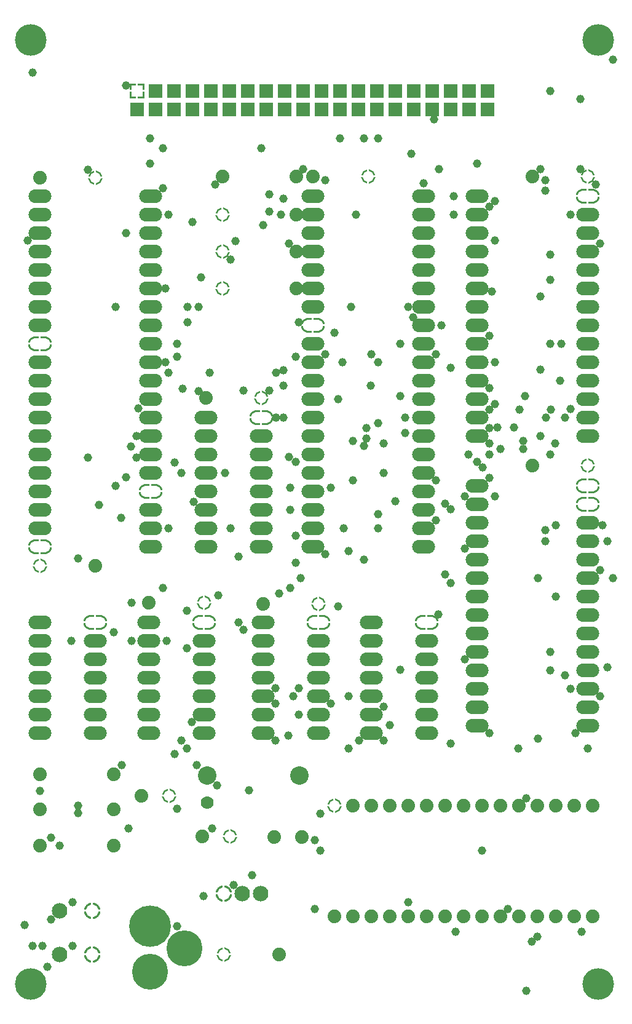
<source format=gbr>
G04 EasyPC Gerber Version 20.0.2 Build 4112 *
G04 #@! TF.Part,Single*
G04 #@! TF.FileFunction,Copper,L2,Inr *
%FSLAX35Y35*%
%MOIN*%
G04 #@! TA.AperFunction,ComponentPad*
%ADD91R,0.07400X0.07400*%
G04 #@! TA.AperFunction,ViaPad*
%ADD96C,0.04600*%
%ADD100C,0.07000*%
G04 #@! TA.AperFunction,ComponentPad*
%ADD88C,0.07400*%
%ADD89C,0.08400*%
%ADD93C,0.10000*%
G04 #@! TA.AperFunction,WasherPad*
%ADD84C,0.17148*%
G04 #@! TA.AperFunction,ComponentPad*
%ADD94C,0.19510*%
%ADD85O,0.12400X0.07400*%
%AMT86*0 Thermal pad*4,1,35,-0.00500,0.03000,-0.02500,0.03000,-0.02800,0.02985,-0.03098,0.02940,-0.03389,0.02866,-0.03671,0.02763,-0.03942,0.02631,-0.04198,0.02474,-0.04437,0.02292,-0.04656,0.02087,-0.04854,0.01860,-0.05029,0.01615,-0.05178,0.01354,-0.05300,0.01080,-0.05394,0.00794,-0.05458,0.00500,-0.06469,0.00500,-0.06412,0.00835,-0.06327,0.01164,-0.06214,0.01485,-0.06075,0.01795,-0.05909,0.02092,-0.05719,0.02374,-0.05506,0.02639,-0.05271,0.02885,-0.05016,0.03109,-0.04743,0.03312,-0.04453,0.03490,-0.04150,0.03643,-0.03834,0.03770,-0.03509,0.03870,-0.03177,0.03941,-0.02840,0.03985,-0.02500,0.04000,-0.00500,0.04000,-0.00500,0.03000,0*4,1,35,-0.05458,-0.00500,-0.05393,-0.00793,-0.05299,-0.01079,-0.05177,-0.01354,-0.05028,-0.01615,-0.04854,-0.01859,-0.04656,-0.02085,-0.04436,-0.02291,-0.04197,-0.02473,-0.03941,-0.02630,-0.03670,-0.02761,-0.03388,-0.02865,-0.03097,-0.02939,-0.02800,-0.02984,-0.02500,-0.03000,-0.00500,-0.03000,-0.00500,-0.04000,-0.02500,-0.04000,-0.02840,-0.03985,-0.03177,-0.03942,-0.03509,-0.03870,-0.03834,-0.03771,-0.04150,-0.03644,-0.04453,-0.03491,-0.04743,-0.03313,-0.05016,-0.03110,-0.05271,-0.02885,-0.05506,-0.02640,-0.05719,-0.02375,-0.05909,-0.02093,-0.06075,-0.01796,-0.06214,-0.01486,-0.06327,-0.01165,-0.06412,-0.00836,-0.06469,-0.00500,-0.05458,-0.00500,0*4,1,35,0.00500,-0.03000,0.02500,-0.03000,0.02800,-0.02985,0.03098,-0.02940,0.03389,-0.02866,0.03671,-0.02763,0.03942,-0.02631,0.04198,-0.02474,0.04437,-0.02292,0.04656,-0.02087,0.04854,-0.01860,0.05029,-0.01615,0.05178,-0.01354,0.05300,-0.01080,0.05394,-0.00794,0.05458,-0.00500,0.06469,-0.00500,0.06412,-0.00835,0.06327,-0.01164,0.06214,-0.01485,0.06075,-0.01795,0.05909,-0.02092,0.05719,-0.02374,0.05506,-0.02639,0.05271,-0.02885,0.05016,-0.03109,0.04743,-0.03312,0.04453,-0.03490,0.04150,-0.03643,0.03834,-0.03770,0.03509,-0.03870,0.03177,-0.03941,0.02840,-0.03985,0.02500,-0.04000,0.00500,-0.04000,0.00500,-0.03000,0*4,1,35,0.05458,0.00500,0.05393,0.00793,0.05299,0.01079,0.05177,0.01354,0.05028,0.01615,0.04854,0.01859,0.04656,0.02085,0.04436,0.02291,0.04197,0.02473,0.03941,0.02630,0.03670,0.02761,0.03388,0.02865,0.03097,0.02939,0.02800,0.02984,0.02500,0.03000,0.00500,0.03000,0.00500,0.04000,0.02500,0.04000,0.02840,0.03985,0.03177,0.03942,0.03509,0.03870,0.03834,0.03771,0.04150,0.03644,0.04453,0.03491,0.04743,0.03313,0.05016,0.03110,0.05271,0.02885,0.05506,0.02640,0.05719,0.02375,0.05909,0.02093,0.06075,0.01796,0.06214,0.01486,0.06327,0.01165,0.06412,0.00836,0.06469,0.00500,0.05458,0.00500,0*%
%ADD86T86*%
%AMT92*0 Thermal pad*4,1,6,0.03000,0.00500,0.03000,0.03000,0.00500,0.03000,0.00500,0.04000,0.04000,0.04000,0.04000,0.00500,0.03000,0.00500,0*4,1,6,-0.00500,0.03000,-0.03000,0.03000,-0.03000,0.00500,-0.04000,0.00500,-0.04000,0.04000,-0.00500,0.04000,-0.00500,0.03000,0*4,1,6,-0.03000,-0.00500,-0.03000,-0.03000,-0.00500,-0.03000,-0.00500,-0.04000,-0.04000,-0.04000,-0.04000,-0.00500,-0.03000,-0.00500,0*4,1,6,0.00500,-0.03000,0.03000,-0.03000,0.03000,-0.00500,0.04000,-0.00500,0.04000,-0.04000,0.00500,-0.04000,0.00500,-0.03000,0*%
%ADD92T92*%
%AMT87*0 Thermal pad*7,0,0,0.08000,0.06000,0.01000,0*%
%ADD87T87*%
%AMT90*0 Thermal pad*7,0,0,0.09000,0.07000,0.01000,0*%
%ADD90T90*%
%ADD95C,0.22502*%
X0Y0D02*
D02*
D84*
X27750Y15750D03*
Y527250D03*
X335250Y15750D03*
Y527250D03*
D02*
D85*
X32750Y151750D03*
Y161750D03*
Y171750D03*
Y181750D03*
Y191750D03*
Y201750D03*
Y211750D03*
Y262750D03*
Y272750D03*
Y282750D03*
Y292750D03*
Y302750D03*
Y312750D03*
Y322750D03*
Y332750D03*
Y342750D03*
Y352750D03*
Y372750D03*
Y382750D03*
Y392750D03*
Y402750D03*
Y412750D03*
Y422750D03*
Y432750D03*
Y442750D03*
X62750Y151750D03*
Y161750D03*
Y171750D03*
Y181750D03*
Y191750D03*
Y201750D03*
X91750Y151750D03*
Y161750D03*
Y171750D03*
Y181750D03*
Y191750D03*
Y201750D03*
Y211750D03*
X92750Y252750D03*
Y262750D03*
Y272750D03*
Y292750D03*
Y302750D03*
Y312750D03*
Y322750D03*
Y332750D03*
Y342750D03*
Y352750D03*
Y362750D03*
Y372750D03*
Y382750D03*
Y392750D03*
Y402750D03*
Y412750D03*
Y422750D03*
Y432750D03*
Y442750D03*
X121750Y151750D03*
Y161750D03*
Y171750D03*
Y181750D03*
Y191750D03*
Y201750D03*
X122750Y252750D03*
Y262750D03*
Y272750D03*
Y282750D03*
Y292750D03*
Y302750D03*
Y312750D03*
Y322750D03*
X152750Y252750D03*
Y262750D03*
Y272750D03*
Y282750D03*
Y292750D03*
Y302750D03*
Y312750D03*
X153750Y151750D03*
Y161750D03*
Y171750D03*
Y181750D03*
Y191750D03*
Y201750D03*
Y211750D03*
X180750Y252750D03*
Y262750D03*
Y272750D03*
Y282750D03*
Y292750D03*
Y302750D03*
Y312750D03*
Y322750D03*
Y332750D03*
Y342750D03*
Y352750D03*
Y362750D03*
Y382750D03*
Y392750D03*
Y402750D03*
Y412750D03*
Y422750D03*
Y432750D03*
Y442750D03*
X183750Y151750D03*
Y161750D03*
Y171750D03*
Y181750D03*
Y191750D03*
Y201750D03*
X212250Y151750D03*
Y161750D03*
Y171750D03*
Y181750D03*
Y191750D03*
Y201750D03*
Y211750D03*
X240750Y252750D03*
Y262750D03*
Y272750D03*
Y282750D03*
Y292750D03*
Y302750D03*
Y312750D03*
Y322750D03*
Y332750D03*
Y342750D03*
Y352750D03*
Y362750D03*
Y372750D03*
Y382750D03*
Y392750D03*
Y402750D03*
Y412750D03*
Y422750D03*
Y432750D03*
Y442750D03*
X242250Y151750D03*
Y161750D03*
Y171750D03*
Y181750D03*
Y191750D03*
Y201750D03*
X269750Y155750D03*
Y165750D03*
Y175750D03*
Y185750D03*
Y195750D03*
Y205750D03*
Y215750D03*
Y225750D03*
Y235750D03*
Y245750D03*
Y255750D03*
Y265750D03*
Y275750D03*
Y285750D03*
Y312750D03*
Y322750D03*
Y332750D03*
Y342750D03*
Y352750D03*
Y362750D03*
Y372750D03*
Y382750D03*
Y392750D03*
Y402750D03*
Y412750D03*
Y422750D03*
Y432750D03*
Y442750D03*
X329750Y155750D03*
Y165750D03*
Y175750D03*
Y185750D03*
Y195750D03*
Y205750D03*
Y215750D03*
Y225750D03*
Y235750D03*
Y245750D03*
Y255750D03*
Y265750D03*
Y312750D03*
Y322750D03*
Y332750D03*
Y342750D03*
Y352750D03*
Y362750D03*
Y372750D03*
Y382750D03*
Y392750D03*
Y402750D03*
Y412750D03*
Y422750D03*
Y432750D03*
D02*
D86*
X32750Y252750D03*
Y362750D03*
X62750Y211750D03*
X92750Y282750D03*
X121750Y211750D03*
X152750Y322750D03*
X180750Y372750D03*
X183750Y211750D03*
X242250D03*
X329750Y275750D03*
Y285750D03*
Y442750D03*
D02*
D87*
X32750Y242250D03*
X62750Y452750D03*
X102750Y117750D03*
X121750Y222250D03*
X131750Y392750D03*
Y412750D03*
Y432750D03*
X132250Y31750D03*
X135750Y95750D03*
X152750Y333250D03*
X183750Y221750D03*
X192250Y112250D03*
X210750Y453250D03*
X329750Y296750D03*
Y453250D03*
D02*
D88*
X32750Y90750D03*
Y110250D03*
Y129250D03*
Y452750D03*
X62750Y242250D03*
X72750Y90750D03*
Y110250D03*
Y129250D03*
X87750Y117750D03*
X91750Y222250D03*
X120750Y95750D03*
X122750Y333250D03*
X131750Y453250D03*
X153750Y221750D03*
X159750Y95250D03*
X162250Y31750D03*
X171750Y392750D03*
Y412750D03*
Y432750D03*
Y453250D03*
X174750Y95250D03*
X180750Y453250D03*
X192250Y52250D03*
X202250D03*
Y112250D03*
X212250Y52250D03*
Y112250D03*
X222250Y52250D03*
Y112250D03*
X232250Y52250D03*
Y112250D03*
X242250Y52250D03*
Y112250D03*
X252250Y52250D03*
Y112250D03*
X262250Y52250D03*
Y112250D03*
X272250Y52250D03*
Y112250D03*
X282250Y52250D03*
Y112250D03*
X292250Y52250D03*
Y112250D03*
X299750Y296750D03*
Y453250D03*
X302250Y52250D03*
Y112250D03*
X312250Y52250D03*
Y112250D03*
X322250Y52250D03*
Y112250D03*
X332250Y52250D03*
Y112250D03*
D02*
D89*
X43250Y31628D03*
Y55250D03*
X142250Y64750D03*
X152250D03*
D02*
D90*
X60967Y31628D03*
Y55250D03*
X132250Y64750D03*
D02*
D91*
X85250Y489750D03*
X95250D03*
Y499750D03*
X105250Y489750D03*
Y499750D03*
X115250Y489750D03*
Y499750D03*
X125250Y489750D03*
Y499750D03*
X135250Y489750D03*
Y499750D03*
X145250Y489750D03*
Y499750D03*
X155250Y489750D03*
Y499750D03*
X165250Y489750D03*
Y499750D03*
X175250Y489750D03*
Y499750D03*
X185250Y489750D03*
Y499750D03*
X195250Y489750D03*
Y499750D03*
X205250Y489750D03*
Y499750D03*
X215250Y489750D03*
Y499750D03*
X225250Y489750D03*
Y499750D03*
X235250Y489750D03*
Y499750D03*
X245250Y489750D03*
Y499750D03*
X255250Y489750D03*
Y499750D03*
X265250Y489750D03*
Y499750D03*
X275250Y489750D03*
Y499750D03*
D02*
D92*
X85250D03*
D02*
D93*
X123250Y128750D03*
X173250D03*
D02*
D94*
X92250Y22250D03*
X111148Y35045D03*
D02*
D95*
X92250Y46856D03*
D02*
D96*
X24494Y47788D03*
X26069Y418569D03*
X28569Y36309D03*
Y509668D03*
X32750Y120250D03*
X34024Y36309D03*
X36805Y24805D03*
X38569Y50569D03*
Y94931D03*
X43250Y90750D03*
X49750Y201750D03*
X50507Y36309D03*
Y59931D03*
X53288Y108263D03*
Y112250D03*
Y246431D03*
X58569Y456931D03*
X58750Y300919D03*
X64750Y275250D03*
X72750Y206363D03*
X73738Y285531D03*
Y382750D03*
X76750Y268250D03*
X76931Y134231D03*
X79300Y290144D03*
Y422750D03*
Y502531D03*
X80788Y99931D03*
X82081Y306931D03*
X82250Y201750D03*
Y222250D03*
X84863Y300919D03*
Y312750D03*
X86069Y327494D03*
X92469Y460212D03*
Y474118D03*
X99431Y230188D03*
Y446931D03*
Y468556D03*
X100637Y352750D03*
Y392750D03*
X101469Y201750D03*
X102212Y262750D03*
Y346931D03*
Y432750D03*
X105825Y140444D03*
Y298137D03*
X106931Y46863D03*
Y110788D03*
X107081Y355531D03*
Y362750D03*
X109507Y147569D03*
Y292750D03*
X109863Y338137D03*
X112288Y143226D03*
Y197569D03*
Y218069D03*
X112644Y374150D03*
Y382750D03*
X115069Y157506D03*
X115250Y428569D03*
X116069Y276931D03*
X117769Y134231D03*
X118569Y336931D03*
Y382750D03*
X119863Y398506D03*
X121384Y63175D03*
X124788Y346931D03*
X125950Y99931D03*
X127569Y449069D03*
X128731Y123269D03*
X129431Y226431D03*
X133150Y292750D03*
X135931Y262750D03*
Y408137D03*
X137569Y69431D03*
X138712Y418137D03*
X140300Y211750D03*
Y247363D03*
X143081Y207569D03*
Y337431D03*
X146069Y120637D03*
X147569Y74694D03*
X152750Y468556D03*
X153750Y426931D03*
X156931Y337431D03*
Y434150D03*
X157081Y443700D03*
X160431Y147569D03*
Y167569D03*
Y175931D03*
X160637Y322750D03*
Y346931D03*
X162212Y227407D03*
X163213Y432493D03*
X164788Y322750D03*
Y339969D03*
Y348137D03*
Y441287D03*
X167325Y150175D03*
X167569Y301287D03*
Y416931D03*
X168507Y230188D03*
Y272750D03*
Y284581D03*
X170106Y171750D03*
X171288Y244056D03*
Y258569D03*
Y298506D03*
Y355531D03*
X173048Y374150D03*
X173081Y161750D03*
Y175931D03*
X174069Y235750D03*
X175250Y457431D03*
X181825Y56431D03*
Y93675D03*
X184606Y88113D03*
Y108069D03*
X187431Y248569D03*
Y356931D03*
Y451350D03*
X190431Y167569D03*
Y284581D03*
X192469Y368506D03*
X194419Y220363D03*
Y332750D03*
X195250Y474118D03*
X196825Y352750D03*
X197200Y262750D03*
X199981Y171750D03*
Y250144D03*
X200007Y143226D03*
X201301Y382750D03*
X202469Y288569D03*
Y309969D03*
X204082Y432750D03*
X205569Y147569D03*
X208288Y474118D03*
X208350Y245750D03*
Y307363D03*
X209556Y311369D03*
Y316931D03*
X212150Y339969D03*
X212325Y356931D03*
X216150Y262750D03*
Y270363D03*
Y319712D03*
Y352750D03*
Y474118D03*
X218931Y147569D03*
Y165931D03*
Y292750D03*
Y308569D03*
X222212Y155931D03*
X225250Y277363D03*
X228031Y185931D03*
Y334325D03*
Y362750D03*
X230812Y314150D03*
Y322750D03*
X232250Y59931D03*
X232275Y382750D03*
X234069Y465774D03*
X234853Y376931D03*
X240750Y449712D03*
X246225Y484363D03*
X247431Y266931D03*
Y288569D03*
Y356931D03*
X248637Y215931D03*
X249006Y457431D03*
X250212Y372750D03*
X252507Y237581D03*
Y275826D03*
X255288Y146007D03*
Y232969D03*
Y272969D03*
Y349712D03*
X256981Y432750D03*
Y442750D03*
X258069Y44062D03*
X263069Y191569D03*
Y251569D03*
Y279931D03*
X265031Y302750D03*
X269750Y298569D03*
Y460212D03*
X272250Y88113D03*
X272531Y295531D03*
X276431Y151569D03*
Y289931D03*
Y302750D03*
Y308569D03*
Y316931D03*
Y326931D03*
Y338569D03*
Y366931D03*
Y436931D03*
X277637Y390919D03*
X279212Y279931D03*
Y329969D03*
Y352750D03*
Y418569D03*
Y439969D03*
X280787Y317363D03*
X282250Y305788D03*
X286431Y56431D03*
X289644Y317363D03*
X291876Y143226D03*
X292788Y326931D03*
X294657Y305788D03*
Y309969D03*
X295569Y334131D03*
X296431Y12014D03*
Y116431D03*
X299212Y38500D03*
X302250Y41281D03*
X302531Y148788D03*
Y235750D03*
X303931Y388137D03*
Y457431D03*
X304106Y312750D03*
Y348569D03*
X306712Y255750D03*
Y261569D03*
Y445788D03*
Y451350D03*
X306887Y322750D03*
X309493Y185750D03*
Y195750D03*
Y302750D03*
Y362750D03*
Y397363D03*
Y410919D03*
Y499750D03*
X309668Y326931D03*
X311944Y308569D03*
X312274Y225750D03*
Y264350D03*
X314726Y342750D03*
X315230Y362750D03*
X317507Y182969D03*
Y322750D03*
X320288Y175750D03*
Y327363D03*
Y432750D03*
X323069Y151569D03*
X325569Y457431D03*
Y495137D03*
X326431Y44081D03*
X329750Y143226D03*
X333931Y449069D03*
X336431Y171569D03*
Y239931D03*
Y416931D03*
X337637Y264350D03*
X340419Y187137D03*
Y255750D03*
X343200Y235750D03*
Y516630D03*
D02*
D100*
X123250Y113810D03*
X0Y0D02*
M02*

</source>
